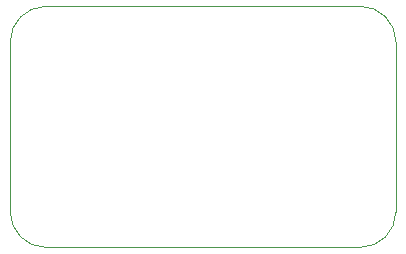
<source format=gko>
G04*
G04 #@! TF.GenerationSoftware,Altium Limited,Altium Designer,22.1.2 (22)*
G04*
G04 Layer_Color=16711935*
%FSLAX44Y44*%
%MOMM*%
G71*
G04*
G04 #@! TF.SameCoordinates,13D72DB6-CE64-42D8-9DE0-DE94B983F977*
G04*
G04*
G04 #@! TF.FilePolarity,Positive*
G04*
G01*
G75*
%ADD16C,0.1000*%
D16*
X1250Y-30701D02*
G03*
X-28750Y-701I-30000J0D01*
G01*
X-295250Y-701D02*
G03*
X-325250Y-30701I0J-30000D01*
G01*
Y-174750D02*
G03*
X-295250Y-204750I30000J0D01*
G01*
X-28750Y-204750D02*
G03*
X1250Y-174750I0J30000D01*
G01*
X-207750Y-204750D02*
Y-204750D01*
Y-204750D02*
X-149000D01*
X-28750D01*
X-295250Y-204750D02*
X-207750D01*
X-325250Y-174750D02*
Y-30701D01*
X1250Y-174750D02*
Y-30701D01*
X-295250Y-701D02*
X-28750Y-701D01*
M02*

</source>
